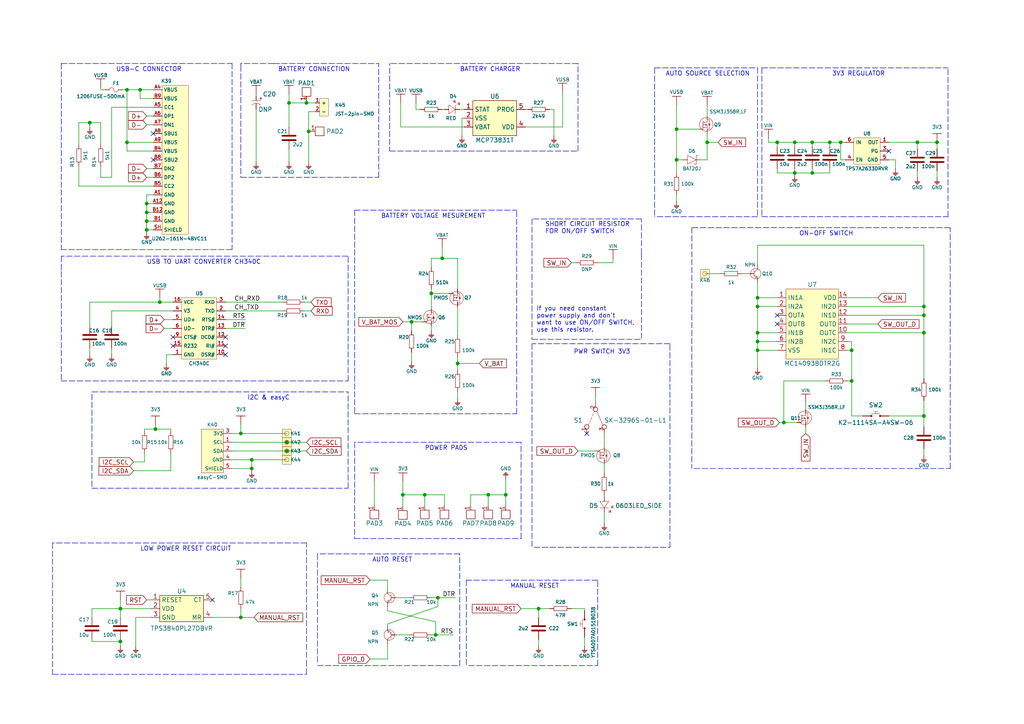
<source format=kicad_sch>
(kicad_sch (version 20211123) (generator eeschema)
  (paper "A4")
  (title_block (title "Soldered Inkplate 7") (date "2023-08-02") (rev "V1.1.0.") (company "SOLDERED") (comment 1 "333259"))
  (lib_symbols
    (symbol "e-radionica.com schematics:0402LED" (pin_numbers hide) (pin_names (offset 0.254) hide)
      (property "Reference" "D" (at -0.635 2.54 0))
      (property "Value" "0402LED" (at 0 -2.54 0))
      (symbol "0402LED_1_1"
        (pin passive line (at -1.905 0 0) (length 1.27) (name "A") (number "1"))
        (pin passive line (at 2.54 0 180) (length 1.27) (name "K") (number "2"))
      )
    )
    (symbol "e-radionica.com schematics:0603C" (pin_numbers hide) (pin_names (offset 0.002))
      (property "Reference" "C" (at 0 3.81 0))
      (property "Value" "0603C" (at 0 -3.175 0))
      (symbol "0603C_1_1"
        (pin passive line (at -3.175 0 0) (length 2.54) (name "~") (number "1"))
        (pin passive line (at 3.175 0 180) (length 2.54) (name "~") (number "2"))
      )
    )
    (symbol "e-radionica.com schematics:0603LED_SIDE" (pin_numbers hide) (pin_names hide)
      (property "Reference" "D" (at -1.27 2.54 0))
      (property "Value" "0603LED_SIDE" (at 0 -2.286 0))
      (symbol "0603LED_SIDE_1_1"
        (pin passive line (at -2.54 0 0) (length 1.27) (name "A") (number "1"))
        (pin passive line (at 1.905 0 180) (length 1.27) (name "K") (number "2"))
      )
    )
    (symbol "e-radionica.com schematics:0603R" (pin_numbers hide) (pin_names (offset 0.254))
      (property "Reference" "R" (at 0 1.27 0))
      (property "Value" "0603R" (at 0 -1.905 0))
      (symbol "0603R_1_1"
        (pin passive line (at -3.175 0 0) (length 1.27) (name "~") (number "1"))
        (pin passive line (at 3.175 0 180) (length 1.27) (name "~") (number "2"))
      )
    )
    (symbol "e-radionica.com schematics:1206C" (pin_numbers hide)
      (property "Reference" "C" (at 0 3.81 0))
      (property "Value" "1206C" (at 0 -3.175 0))
      (symbol "1206C_1_1"
        (pin passive line (at -3.175 0 0) (length 2.54) (name "~") (number "1"))
        (pin passive line (at 3.175 0 180) (length 2.54) (name "~") (number "2"))
      )
    )
    (symbol "e-radionica.com schematics:1206FUSE" (pin_numbers hide) (pin_names hide)
      (property "Reference" "F" (at -1.27 1.905 0))
      (property "Value" "1206FUSE" (at 0 -1.905 0))
      (symbol "1206FUSE_1_1"
        (pin passive line (at -2.54 0 0) (length 1.27) (name "~") (number "1"))
        (pin passive line (at 2.54 0 180) (length 1.27) (name "~") (number "2"))
      )
    )
    (symbol "e-radionica.com schematics:2917C" (pin_numbers hide) (pin_names hide)
      (property "Reference" "C?" (at 0 0 0))
      (property "Value" "2917C" (at 0 0 0))
      (symbol "2917C_0_0"
        (text "+" (at -0.635 -1.27 0) (effects (font (size 1 1))))
      )
      (symbol "2917C_1_1"
        (pin input line (at -1.27 -2.54 0) (length 1.27) (name "+") (number "1"))
        (pin input line (at 2.54 -2.54 180) (length 1.8) (name "-") (number "2"))
      )
    )
    (symbol "e-radionica.com schematics:3V3" (power) (pin_names (offset 0))
      (property "Value" "3V3" (at 0 3.556 0))
      (symbol "3V3_1_1"
        (pin power_in line (at 0 0 90) (length 0) hide (name "3V3") (number "1"))
      )
    )
    (symbol "e-radionica.com schematics:BAT20J" (pin_numbers hide) (pin_names hide)
      (property "Reference" "D" (at 0 2.54 0))
      (property "Value" "BAT20J" (at 0 -2.54 0))
      (symbol "BAT20J_1_1"
        (pin input line (at -2.54 0 0) (length 1.27) (name "A") (number "1"))
        (pin input line (at 2.54 0 180) (length 1.27) (name "C") (number "2"))
      )
    )
    (symbol "e-radionica.com schematics:CH340C"
      (property "Reference" "U" (at -3.81 10.16 0))
      (property "Value" "CH340C" (at 0 -10.16 0))
      (symbol "CH340C_1_1"
        (pin passive line (at -7.62 -7.62 0) (length 2.54) (name "GND") (number "1"))
        (pin passive line (at 7.62 -7.62 180) (length 2.54) (name "DSR#") (number "10"))
        (pin passive line (at 7.62 -5.08 180) (length 2.54) (name "RI#") (number "11"))
        (pin passive line (at 7.62 -2.54 180) (length 2.54) (name "DCD#") (number "12"))
        (pin passive line (at 7.62 0 180) (length 2.54) (name "DTR#") (number "13"))
        (pin passive line (at 7.62 2.54 180) (length 2.54) (name "RTS#") (number "14"))
        (pin passive line (at -7.62 -5.08 0) (length 2.54) (name "R232") (number "15"))
        (pin passive line (at -7.62 7.62 0) (length 2.54) (name "VCC") (number "16"))
        (pin passive line (at 7.62 5.08 180) (length 2.54) (name "TXD") (number "2"))
        (pin passive line (at 7.62 7.62 180) (length 2.54) (name "RXD") (number "3"))
        (pin passive line (at -7.62 5.08 0) (length 2.54) (name "V3") (number "4"))
        (pin passive line (at -7.62 2.54 0) (length 2.54) (name "UD+") (number "5"))
        (pin passive line (at -7.62 0 0) (length 2.54) (name "UD-") (number "6"))
        (pin passive line (at -7.62 -2.54 0) (length 2.54) (name "CTS#") (number "9"))
      )
    )
    (symbol "e-radionica.com schematics:GND" (power) (pin_names (offset 0))
      (property "Value" "GND" (at 0 -2.921 0))
      (symbol "GND_1_1"
        (pin power_in line (at 0 0 270) (length 0) hide (name "GND") (number "1"))
      )
    )
    (symbol "e-radionica.com schematics:HEADER_MALE_1X1_Inkplate" (pin_numbers hide) (pin_names hide)
      (property "Reference" "K" (at 0 2.54 0))
      (property "Value" "HEADER_MALE_1X1_Inkplate" (at 0 -2.54 0))
      (symbol "HEADER_MALE_1X1_Inkplate_1_1"
        (pin passive line (at 0 0 180) (length 0) (name "~") (number "1"))
      )
    )
    (symbol "e-radionica.com schematics:JST-2pin-SMD"
      (property "Reference" "K" (at 0 3.81 0))
      (property "Value" "JST-2pin-SMD" (at 1.27 -3.81 0))
      (symbol "JST-2pin-SMD_1_1"
        (pin passive line (at 2.54 -1.27 180) (length 1.27) (name "+") (number "1"))
        (pin passive line (at 2.54 1.27 180) (length 1.27) (name "-") (number "2"))
      )
    )
    (symbol "e-radionica.com schematics:K2-1114SA-A4SW-06" (pin_numbers hide) (pin_names hide)
      (property "Reference" "SW" (at 0 2.54 0))
      (property "Value" "K2-1114SA-A4SW-06" (at 0 -2.54 0))
      (symbol "K2-1114SA-A4SW-06_1_1"
        (pin passive line (at -3.81 0 0) (length 2.54) (name "~") (number "1"))
        (pin passive line (at 3.81 0 180) (length 2.54) (name "~") (number "2"))
      )
    )
    (symbol "e-radionica.com schematics:MC14093BDTR2G"
      (property "Reference" "U" (at 0 15.24 0))
      (property "Value" "MC14093BDTR2G" (at 0 -7.62 0))
      (symbol "MC14093BDTR2G_1_1"
        (pin output line (at -10.16 11.43 0) (length 2.54) (name "IN1A") (number "1"))
        (pin output line (at 10.16 1.27 180) (length 2.54) (name "OUTC") (number "10"))
        (pin output line (at 10.16 3.81 180) (length 2.54) (name "OUTD") (number "11"))
        (pin output line (at 10.16 6.35 180) (length 2.54) (name "IN1D") (number "12"))
        (pin output line (at 10.16 8.89 180) (length 2.54) (name "IN2D") (number "13"))
        (pin output line (at 10.16 11.43 180) (length 2.54) (name "VDD") (number "14"))
        (pin output line (at -10.16 8.89 0) (length 2.54) (name "IN2A") (number "2"))
        (pin output line (at -10.16 6.35 0) (length 2.54) (name "OUTA") (number "3"))
        (pin output line (at -10.16 3.81 0) (length 2.54) (name "OUTB") (number "4"))
        (pin output line (at -10.16 1.27 0) (length 2.54) (name "IN1B") (number "5"))
        (pin output line (at -10.16 -1.27 0) (length 2.54) (name "IN2B") (number "6"))
        (pin output line (at -10.16 -3.81 0) (length 2.54) (name "VSS") (number "7"))
        (pin output line (at 10.16 -3.81 180) (length 2.54) (name "IN1C") (number "8"))
        (pin output line (at 10.16 -1.27 180) (length 2.54) (name "IN2C") (number "9"))
      )
    )
    (symbol "e-radionica.com schematics:MCP73831T"
      (property "Reference" "U" (at 0 6.35 0))
      (property "Value" "MCP73831T" (at 0 -6.35 0))
      (symbol "MCP73831T_1_1"
        (pin output line (at -8.89 2.54 0) (length 2.54) (name "STAT") (number "1"))
        (pin output line (at -8.89 0 0) (length 2.54) (name "VSS") (number "2"))
        (pin output line (at -8.89 -2.54 0) (length 2.54) (name "VBAT") (number "3"))
        (pin output line (at 8.89 -2.54 180) (length 2.54) (name "VDD") (number "4"))
        (pin output line (at 8.89 2.54 180) (length 2.54) (name "PROG") (number "5"))
      )
    )
    (symbol "e-radionica.com schematics:NMOS-SOT-23-3" (pin_numbers hide) (pin_names hide)
      (property "Reference" "Q" (at -1.143 2.921 0))
      (property "Value" "NMOS-SOT-23-3" (at 1.524 -3.937 0))
      (symbol "NMOS-SOT-23-3_1_1"
        (pin passive line (at -1.27 -1.27 0) (length 1.27) (name "G") (number "1"))
        (pin passive line (at 1.27 -2.54 90) (length 1.27) (name "S") (number "2"))
        (pin passive line (at 1.27 2.54 270) (length 1.27) (name "D") (number "3"))
      )
    )
    (symbol "e-radionica.com schematics:NPN-SOT-23-3" (pin_numbers hide) (pin_names hide)
      (property "Reference" "Q" (at -2.286 2.921 0))
      (property "Value" "NPN-SOT-23-3" (at 0 -3.81 0))
      (symbol "NPN-SOT-23-3_1_1"
        (pin passive line (at -2.54 0 0) (length 1.27) (name "B") (number "1"))
        (pin passive line (at 0 -2.54 90) (length 1.27) (name "E") (number "2"))
        (pin passive line (at 0 2.54 270) (length 1.27) (name "C") (number "3"))
      )
    )
    (symbol "e-radionica.com schematics:PAD_4x4"
      (property "Reference" "PAD" (at 0 2.54 0))
      (property "Value" "PAD_4x4" (at 0 -2.54 0))
      (symbol "PAD_4x4_1_1"
        (pin passive line (at -2.54 0 0) (length 1.27) (name "") (number "1"))
      )
    )
    (symbol "e-radionica.com schematics:PMOS-SOT-23-3" (pin_numbers hide) (pin_names hide)
      (property "Reference" "Q" (at -1.27 2.54 0))
      (property "Value" "PMOS-SOT-23-3" (at 0.381 -4.064 0))
      (symbol "PMOS-SOT-23-3_1_1"
        (pin passive line (at -1.27 -1.27 0) (length 1.27) (name "G") (number "1"))
        (pin passive line (at 1.27 -2.54 90) (length 1.27) (name "S") (number "2"))
        (pin passive line (at 1.27 2.54 270) (length 1.27) (name "D") (number "3"))
      )
    )
    (symbol "e-radionica.com schematics:SK-3296S-01-L1"
      (property "Reference" "S" (at 0 3.81 0))
      (property "Value" "SK-3296S-01-L1" (at 0 -6.35 0))
      (symbol "SK-3296S-01-L1_1_1"
        (pin input inverted (at 3.81 2.54 180) (length 2.54) (name "") (number "1"))
        (pin input inverted (at -5.08 0 0) (length 2.54) (name "") (number "2"))
        (pin input inverted (at 3.81 -2.54 180) (length 2.54) (name "") (number "3"))
      )
    )
    (symbol "e-radionica.com schematics:TPS3840PL27DBVR"
      (property "Reference" "U" (at 0 5.08 0))
      (property "Value" "TPS3840PL27DBVR" (at 0 -5.08 0))
      (symbol "TPS3840PL27DBVR_1_1"
        (pin input line (at -8.89 2.54 0) (length 2.54) (name "RESET") (number "1"))
        (pin input line (at -8.89 0 0) (length 2.54) (name "VDD") (number "2"))
        (pin input line (at -8.89 -2.54 0) (length 2.54) (name "GND") (number "3"))
        (pin input line (at 8.89 -2.54 180) (length 2.54) (name "MR") (number "4"))
        (pin input line (at 8.89 2.54 180) (length 2.54) (name "CT") (number "5"))
      )
    )
    (symbol "e-radionica.com schematics:TPS7A2633DRVR"
      (property "Reference" "U" (at -3.175 5.08 0))
      (property "Value" "TPS7A2633DRVR" (at 0 -5.08 0))
      (symbol "TPS7A2633DRVR_1_1"
        (pin passive line (at 6.35 2.54 180) (length 2.54) (name "OUT") (number "1"))
        (pin passive line (at 6.35 0 180) (length 2.54) (name "PG") (number "3"))
        (pin passive line (at -6.35 -2.54 0) (length 2.54) (name "EN") (number "4"))
        (pin passive line (at 6.35 -2.54 180) (length 2.54) (name "GND") (number "5"))
        (pin passive line (at -6.35 2.54 0) (length 2.54) (name "IN") (number "6"))
      )
    )
    (symbol "e-radionica.com schematics:U262-161N-4BVC11"
      (property "Reference" "K" (at 0 22.86 0))
      (property "Value" "U262-161N-4BVC11" (at 2.54 -22.86 0))
      (symbol "U262-161N-4BVC11_1_1"
        (pin passive line (at -3.81 -10.16 0) (length 2.54) (name "GND") (number "A1"))
        (pin passive line (at -3.81 -12.7 0) (length 2.54) (name "GND") (number "A12"))
        (pin passive line (at -3.81 20.32 0) (length 2.54) (name "VBUS") (number "A4"))
        (pin passive line (at -3.81 15.24 0) (length 2.54) (name "CC1") (number "A5"))
        (pin passive line (at -3.81 12.7 0) (length 2.54) (name "DP1") (number "A6"))
        (pin passive line (at -3.81 10.16 0) (length 2.54) (name "DN1") (number "A7"))
        (pin passive line (at -3.81 7.62 0) (length 2.54) (name "SBU1") (number "A8"))
        (pin passive line (at -3.81 5.08 0) (length 2.54) (name "VBUS") (number "A9"))
        (pin passive line (at -3.81 -17.78 0) (length 2.54) (name "GND") (number "B1"))
        (pin passive line (at -3.81 -15.24 0) (length 2.54) (name "GND") (number "B12"))
        (pin passive line (at -3.81 2.54 0) (length 2.54) (name "VBUS") (number "B4"))
        (pin passive line (at -3.81 -7.62 0) (length 2.54) (name "CC2") (number "B5"))
        (pin passive line (at -3.81 -5.08 0) (length 2.54) (name "DP2") (number "B6"))
        (pin passive line (at -3.81 -2.54 0) (length 2.54) (name "DN2") (number "B7"))
        (pin passive line (at -3.81 0 0) (length 2.54) (name "SBU2") (number "B8"))
        (pin passive line (at -3.81 17.78 0) (length 2.54) (name "VBUS") (number "B9"))
        (pin passive line (at -3.81 -20.32 0) (length 2.54) (name "SHIELD") (number "SH"))
      )
    )
    (symbol "e-radionica.com schematics:VBAT" (power) (pin_names (offset 0))
      (property "Value" "VBAT" (at 0 3.556 0))
      (symbol "VBAT_1_1"
        (pin power_in line (at 0 0 90) (length 0) hide (name "VBAT") (number "1"))
      )
    )
    (symbol "e-radionica.com schematics:VIN" (power) (pin_names (offset 0))
      (property "Value" "VIN" (at 0 3.556 0))
      (symbol "VIN_1_1"
        (pin power_in line (at 0 0 90) (length 0) hide (name "VIN") (number "1"))
      )
    )
    (symbol "e-radionica.com schematics:VUSB" (power) (pin_names (offset 0))
      (property "Value" "VUSB" (at 0 3.556 0))
      (symbol "VUSB_1_1"
        (pin power_in line (at 0 0 90) (length 0) hide (name "VUSB") (number "1"))
      )
    )
    (symbol "e-radionica.com schematics:YTSA007A0151803B" (pin_numbers hide) (pin_names hide)
      (property "Reference" "SW" (at -1.016 2.286 0))
      (property "Value" "YTSA007A0151803B" (at 1.778 -2.032 0))
      (symbol "YTSA007A0151803B_1_1"
        (pin passive line (at -2.54 0 0) (length 2.54) (name "~") (number "1"))
        (pin passive line (at 5.08 0 180) (length 2.54) (name "~") (number "2"))
      )
    )
    (symbol "e-radionica.com schematics:easyC-SMD" (pin_names (offset 0.002))
      (property "Reference" "K" (at 0 10.16 0))
      (property "Value" "easyC-SMD" (at 0 -5.08 0))
      (symbol "easyC-SMD_1_1"
        (pin passive line (at 5.715 5.08 180) (length 2.54) (name "SCL") (number "1"))
        (pin passive line (at 5.715 2.54 180) (length 2.54) (name "SDA") (number "2"))
        (pin passive line (at 5.715 7.62 180) (length 2.54) (name "3V3") (number "3"))
        (pin passive line (at 5.715 0 180) (length 2.54) (name "GND") (number "4"))
        (pin passive line (at 5.715 -2.54 180) (length 2.54) (name "SHIELD") (number "5"))
      )
    )
  )
  (junction (at 141.605 143.51))
  (junction (at 196.215 37.465))
  (junction (at 247.015 110.49))
  (junction (at 123.19 143.51))
  (junction (at 266.065 41.275))
  (junction (at 271.78 41.275))
  (junction (at 243.84 41.275))
  (junction (at 42.545 66.675) (diameter 0.9144))
  (junction (at 34.925 186.055))
  (junction (at 240.665 41.275))
  (junction (at 235.585 50.165))
  (junction (at 205.105 41.275))
  (junction (at 196.215 46.355))
  (junction (at 267.97 120.65))
  (junction (at 46.355 87.63))
  (junction (at 128.27 74.93))
  (junction (at 125.095 85.09))
  (junction (at 225.425 41.275))
  (junction (at 132.715 105.41))
  (junction (at 69.85 179.07))
  (junction (at 88.9 29.845))
  (junction (at 219.71 96.52))
  (junction (at 42.545 64.135) (diameter 0.9144))
  (junction (at 126.365 184.15))
  (junction (at 219.71 86.36))
  (junction (at 73.025 133.35))
  (junction (at 36.83 41.275) (diameter 0.9144))
  (junction (at 36.83 26.035) (diameter 0.9144))
  (junction (at 69.85 125.73))
  (junction (at 42.545 61.595) (diameter 0.9144))
  (junction (at 127 173.355))
  (junction (at 227.33 122.555))
  (junction (at 219.71 101.6))
  (junction (at 89.535 38.1))
  (junction (at 34.925 176.53))
  (junction (at 219.71 88.9))
  (junction (at 73.025 135.89))
  (junction (at 42.545 59.055) (diameter 0.9144))
  (junction (at 267.97 91.44))
  (junction (at 267.97 88.9))
  (junction (at 230.505 41.275))
  (junction (at 119.38 93.345))
  (junction (at 26.035 35.56) (diameter 0.9144))
  (junction (at 247.015 101.6))
  (junction (at 235.585 41.275))
  (junction (at 267.97 96.52))
  (junction (at 83.82 29.845))
  (junction (at 83.185 130.81))
  (junction (at 83.185 128.27))
  (junction (at 219.71 99.06))
  (junction (at 230.505 50.165))
  (junction (at 40.64 26.035) (diameter 0.9144))
  (junction (at 116.84 143.51))
  (junction (at 146.685 143.51))
  (junction (at 156.21 176.53))
  (junction (at 45.085 124.46))
  (no_connect (at 61.595 173.99))
  (no_connect (at 50.165 97.79))
  (no_connect (at 44.45 46.355))
  (no_connect (at 44.45 38.735))
  (no_connect (at 65.405 102.87))
  (no_connect (at 170.18 125.73))
  (no_connect (at 257.81 43.815))
  (no_connect (at 50.165 100.33))
  (no_connect (at 225.425 93.98))
  (no_connect (at 65.405 100.33))
  (no_connect (at 65.405 97.79))
  (no_connect (at 225.425 91.44))
  (wire (pts (xy 177.8 74.93) (xy 177.8 76.2)))
  (wire (pts (xy 83.185 130.81) (xy 88.9 130.81)))
  (wire (pts (xy 73.025 133.35) (xy 73.025 135.89)))
  (wire (pts (xy 83.82 27.305) (xy 83.82 29.845)))
  (polyline (pts (xy 220.98 19.685) (xy 274.955 19.685)))
  (wire (pts (xy 22.86 35.56) (xy 26.035 35.56)))
  (wire (pts (xy 125.095 85.09) (xy 130.175 85.09)))
  (wire (pts (xy 48.26 105.41) (xy 48.26 102.87)))
  (polyline (pts (xy 173.355 168.275) (xy 135.255 168.275)))
  (wire (pts (xy 41.91 124.46) (xy 41.91 125.095)))
  (wire (pts (xy 67.31 135.89) (xy 73.025 135.89)))
  (wire (pts (xy 175.26 148.59) (xy 175.26 151.765)))
  (wire (pts (xy 205.105 38.735) (xy 205.105 41.275)))
  (wire (pts (xy 175.26 134.62) (xy 175.26 137.16)))
  (wire (pts (xy 32.385 90.17) (xy 50.165 90.17)))
  (wire (pts (xy 247.015 101.6) (xy 247.015 99.06)))
  (polyline (pts (xy 113.03 43.815) (xy 167.64 43.815)))
  (polyline (pts (xy 173.355 193.04) (xy 173.355 168.275)))
  (polyline (pts (xy 113.03 19.685) (xy 113.03 43.815)))
  (wire (pts (xy 204.47 79.375) (xy 208.915 79.375)))
  (wire (pts (xy 196.215 56.515) (xy 196.215 58.42)))
  (wire (pts (xy 32.385 51.435) (xy 32.385 31.115)))
  (wire (pts (xy 26.035 100.965) (xy 26.035 102.87)))
  (wire (pts (xy 136.525 143.51) (xy 141.605 143.51)))
  (wire (pts (xy 134.62 34.29) (xy 133.985 34.29)))
  (polyline (pts (xy 102.87 60.96) (xy 149.86 60.96)))
  (wire (pts (xy 267.97 120.65) (xy 267.97 123.825)))
  (polyline (pts (xy 167.64 43.815) (xy 167.64 18.415)))
  (polyline (pts (xy 17.78 78.74) (xy 17.78 78.74)))
  (wire (pts (xy 257.81 41.275) (xy 266.065 41.275)))
  (wire (pts (xy 30.48 26.035) (xy 29.21 26.035)))
  (wire (pts (xy 36.83 26.035) (xy 40.64 26.035)))
  (wire (pts (xy 267.97 130.175) (xy 267.97 132.08)))
  (wire (pts (xy 163.195 26.67) (xy 163.195 36.83)))
  (wire (pts (xy 69.85 167.64) (xy 69.85 170.18)))
  (wire (pts (xy 83.82 43.18) (xy 83.82 46.99)))
  (wire (pts (xy 69.85 176.53) (xy 69.85 179.07)))
  (polyline (pts (xy 113.03 18.415) (xy 113.03 19.05)))
  (wire (pts (xy 44.45 28.575) (xy 40.64 28.575)))
  (wire (pts (xy 225.425 50.165) (xy 230.505 50.165)))
  (wire (pts (xy 26.035 87.63) (xy 46.355 87.63)))
  (polyline (pts (xy 100.965 74.295) (xy 17.78 74.295)))
  (wire (pts (xy 42.545 61.595) (xy 42.545 64.135)))
  (wire (pts (xy 29.21 51.435) (xy 32.385 51.435)))
  (wire (pts (xy 119.38 93.345) (xy 119.38 95.885)))
  (polyline (pts (xy 69.85 19.05) (xy 69.85 51.435)))
  (wire (pts (xy 112.395 168.275) (xy 112.395 170.815)))
  (polyline (pts (xy 200.66 66.04) (xy 200.66 135.89)))
  (wire (pts (xy 41.91 131.445) (xy 41.91 133.985)))
  (wire (pts (xy 42.545 173.99) (xy 43.815 173.99)))
  (polyline (pts (xy 69.85 51.435) (xy 109.855 51.435)))
  (wire (pts (xy 172.72 114.935) (xy 172.72 116.84)))
  (wire (pts (xy 156.21 185.42) (xy 156.21 187.325)))
  (wire (pts (xy 125.095 83.82) (xy 125.095 85.09)))
  (wire (pts (xy 89.535 32.385) (xy 89.535 38.1)))
  (wire (pts (xy 22.86 35.56) (xy 22.86 41.91)))
  (wire (pts (xy 26.035 35.56) (xy 26.035 36.83)))
  (wire (pts (xy 42.545 48.895) (xy 44.45 48.895)))
  (wire (pts (xy 26.67 176.53) (xy 34.925 176.53)))
  (wire (pts (xy 42.545 59.055) (xy 42.545 61.595)))
  (wire (pts (xy 169.545 184.785) (xy 169.545 187.325)))
  (wire (pts (xy 48.26 102.87) (xy 50.165 102.87)))
  (wire (pts (xy 116.205 29.845) (xy 116.205 36.83)))
  (wire (pts (xy 112.395 191.135) (xy 112.395 186.69)))
  (wire (pts (xy 219.71 71.12) (xy 267.97 71.12)))
  (wire (pts (xy 127 173.355) (xy 132.08 173.355)))
  (wire (pts (xy 42.545 61.595) (xy 44.45 61.595)))
  (wire (pts (xy 83.185 128.27) (xy 88.9 128.27)))
  (wire (pts (xy 26.67 185.42) (xy 26.67 186.055)))
  (wire (pts (xy 121.92 31.75) (xy 120.65 31.75)))
  (wire (pts (xy 146.685 146.685) (xy 146.685 143.51)))
  (wire (pts (xy 88.265 90.17) (xy 90.17 90.17)))
  (wire (pts (xy 65.405 87.63) (xy 81.915 87.63)))
  (wire (pts (xy 128.27 74.93) (xy 125.095 74.93)))
  (wire (pts (xy 225.425 101.6) (xy 219.71 101.6)))
  (wire (pts (xy 266.065 49.53) (xy 266.065 51.435)))
  (wire (pts (xy 108.585 139.7) (xy 108.585 146.685)))
  (wire (pts (xy 165.735 176.53) (xy 169.545 176.53)))
  (wire (pts (xy 219.71 86.36) (xy 219.71 88.9)))
  (wire (pts (xy 151.13 176.53) (xy 156.21 176.53)))
  (wire (pts (xy 47.625 92.71) (xy 50.165 92.71)))
  (wire (pts (xy 132.715 113.665) (xy 132.715 115.57)))
  (wire (pts (xy 44.45 53.975) (xy 22.86 53.975)))
  (polyline (pts (xy 186.055 63.5) (xy 154.305 63.5)))
  (polyline (pts (xy 102.87 120.015) (xy 149.86 120.015)))
  (wire (pts (xy 271.78 49.53) (xy 271.78 51.435)))
  (wire (pts (xy 235.585 41.275) (xy 240.665 41.275)))
  (polyline (pts (xy 67.31 18.415) (xy 67.31 72.39)) (stroke (width 0) (type dash)))
  (wire (pts (xy 219.71 96.52) (xy 219.71 99.06)))
  (wire (pts (xy 42.545 66.675) (xy 42.545 67.31)))
  (wire (pts (xy 39.37 187.325) (xy 39.37 179.07)))
  (wire (pts (xy 128.27 71.755) (xy 128.27 74.93)))
  (polyline (pts (xy 154.305 99.695) (xy 154.305 158.75)))
  (wire (pts (xy 250.19 120.65) (xy 247.015 120.65)))
  (wire (pts (xy 127 175.895) (xy 112.395 180.975)))
  (wire (pts (xy 160.655 31.75) (xy 160.655 39.37)))
  (wire (pts (xy 26.67 186.055) (xy 34.925 186.055)))
  (wire (pts (xy 245.745 86.36) (xy 254.635 86.36)))
  (wire (pts (xy 225.425 99.06) (xy 219.71 99.06)))
  (polyline (pts (xy 275.59 66.04) (xy 200.66 66.04)))
  (wire (pts (xy 133.35 31.75) (xy 134.62 31.75)))
  (wire (pts (xy 267.97 88.9) (xy 267.97 91.44)))
  (polyline (pts (xy 100.965 110.49) (xy 100.965 74.295)))
  (polyline (pts (xy 275.59 135.89) (xy 275.59 66.04)))
  (wire (pts (xy 49.53 125.095) (xy 49.53 124.46)))
  (wire (pts (xy 227.33 110.49) (xy 227.33 122.555)))
  (polyline (pts (xy 17.78 18.415) (xy 17.78 72.39)) (stroke (width 0) (type dash)))
  (wire (pts (xy 259.715 46.355) (xy 259.715 48.895)))
  (wire (pts (xy 116.205 36.83) (xy 134.62 36.83)))
  (wire (pts (xy 42.545 36.195) (xy 44.45 36.195)))
  (polyline (pts (xy 151.13 156.21) (xy 151.13 128.27)))
  (wire (pts (xy 89.535 46.99) (xy 89.535 38.1)))
  (wire (pts (xy 39.37 179.07) (xy 43.815 179.07)))
  (polyline (pts (xy 26.67 113.665) (xy 54.61 113.665)))
  (wire (pts (xy 230.505 41.275) (xy 230.505 42.545)))
  (polyline (pts (xy 189.865 19.685) (xy 189.865 62.865)))
  (wire (pts (xy 167.64 130.81) (xy 172.72 130.81)))
  (polyline (pts (xy 100.965 141.605) (xy 100.965 113.665)))
  (wire (pts (xy 125.095 74.93) (xy 125.095 77.47)))
  (wire (pts (xy 45.085 123.19) (xy 45.085 124.46)))
  (wire (pts (xy 116.84 139.7) (xy 116.84 143.51)))
  (wire (pts (xy 219.71 99.06) (xy 219.71 101.6)))
  (wire (pts (xy 44.45 66.675) (xy 42.545 66.675)))
  (wire (pts (xy 233.68 116.84) (xy 233.68 118.745)))
  (wire (pts (xy 29.21 48.26) (xy 29.21 51.435)))
  (wire (pts (xy 245.745 88.9) (xy 267.97 88.9)))
  (wire (pts (xy 125.095 184.15) (xy 126.365 184.15)))
  (wire (pts (xy 29.21 35.56) (xy 29.21 41.91)))
  (polyline (pts (xy 167.64 18.415) (xy 113.03 18.415)))
  (wire (pts (xy 230.505 50.165) (xy 230.505 50.8)))
  (polyline (pts (xy 186.055 73.66) (xy 186.055 98.425)))
  (wire (pts (xy 32.385 100.965) (xy 32.385 102.87)))
  (wire (pts (xy 83.82 29.845) (xy 88.9 29.845)))
  (polyline (pts (xy 219.71 62.865) (xy 189.865 62.865)))
  (wire (pts (xy 67.31 125.73) (xy 69.85 125.73)))
  (polyline (pts (xy 220.98 62.865) (xy 274.955 62.865)))
  (wire (pts (xy 128.27 31.75) (xy 128.905 31.75)))
  (wire (pts (xy 45.085 124.46) (xy 41.91 124.46)))
  (polyline (pts (xy 17.78 78.74) (xy 17.78 110.49)))
  (polyline (pts (xy 54.61 113.665) (xy 100.965 113.665)))
  (wire (pts (xy 42.545 59.055) (xy 44.45 59.055)))
  (wire (pts (xy 69.85 125.73) (xy 69.85 123.19)))
  (wire (pts (xy 175.26 125.73) (xy 175.26 129.54)))
  (wire (pts (xy 34.925 176.53) (xy 43.815 176.53)))
  (wire (pts (xy 107.315 168.275) (xy 112.395 168.275)))
  (wire (pts (xy 156.21 179.07) (xy 156.21 176.53)))
  (wire (pts (xy 126.365 180.34) (xy 126.365 184.15)))
  (polyline (pts (xy 154.305 98.425) (xy 186.055 98.425)))
  (polyline (pts (xy 194.31 99.695) (xy 154.305 99.695)))
  (wire (pts (xy 225.425 96.52) (xy 219.71 96.52)))
  (wire (pts (xy 245.745 93.98) (xy 254.635 93.98)))
  (wire (pts (xy 247.015 99.06) (xy 245.745 99.06)))
  (wire (pts (xy 257.81 120.65) (xy 267.97 120.65)))
  (wire (pts (xy 240.665 41.275) (xy 240.665 42.545)))
  (wire (pts (xy 230.505 48.895) (xy 230.505 50.165)))
  (polyline (pts (xy 189.865 19.685) (xy 219.71 19.685)))
  (wire (pts (xy 243.84 41.275) (xy 245.11 41.275)))
  (wire (pts (xy 132.715 83.82) (xy 132.715 74.93)))
  (wire (pts (xy 126.365 184.15) (xy 131.445 184.15)))
  (wire (pts (xy 40.64 28.575) (xy 40.64 26.035)))
  (wire (pts (xy 152.4 31.75) (xy 153.035 31.75)))
  (wire (pts (xy 65.405 90.17) (xy 81.915 90.17)))
  (wire (pts (xy 22.86 48.26) (xy 22.86 53.975)))
  (wire (pts (xy 74.295 27.305) (xy 74.295 27.94)))
  (wire (pts (xy 120.65 29.845) (xy 120.65 31.75)))
  (wire (pts (xy 49.53 136.525) (xy 49.53 131.445)))
  (polyline (pts (xy 17.78 110.49) (xy 100.965 110.49)))
  (wire (pts (xy 132.715 105.41) (xy 132.715 107.315)))
  (wire (pts (xy 222.885 41.275) (xy 222.885 40.005)))
  (wire (pts (xy 46.355 87.63) (xy 50.165 87.63)))
  (wire (pts (xy 61.595 179.07) (xy 69.85 179.07)))
  (wire (pts (xy 196.215 46.355) (xy 196.215 50.165)))
  (polyline (pts (xy 79.375 18.415) (xy 69.85 18.415)))
  (wire (pts (xy 88.265 87.63) (xy 90.17 87.63)))
  (polyline (pts (xy 26.67 141.605) (xy 100.965 141.605)))
  (wire (pts (xy 32.385 31.115) (xy 44.45 31.115)))
  (wire (pts (xy 271.78 41.275) (xy 266.065 41.275)))
  (wire (pts (xy 245.745 91.44) (xy 267.97 91.44)))
  (wire (pts (xy 215.265 79.375) (xy 217.17 79.375)))
  (wire (pts (xy 112.395 177.165) (xy 126.365 180.34)))
  (wire (pts (xy 169.545 176.53) (xy 169.545 177.165)))
  (wire (pts (xy 196.215 37.465) (xy 202.565 37.465)))
  (polyline (pts (xy 133.35 193.04) (xy 133.35 160.655)))
  (wire (pts (xy 141.605 143.51) (xy 146.685 143.51)))
  (wire (pts (xy 69.85 125.73) (xy 83.185 125.73)))
  (wire (pts (xy 132.715 103.505) (xy 132.715 105.41)))
  (wire (pts (xy 235.585 41.275) (xy 235.585 42.545)))
  (wire (pts (xy 116.84 93.345) (xy 119.38 93.345)))
  (wire (pts (xy 34.925 186.055) (xy 34.925 187.325)))
  (wire (pts (xy 36.83 41.275) (xy 36.83 43.815)))
  (wire (pts (xy 257.81 46.355) (xy 259.715 46.355)))
  (wire (pts (xy 271.78 43.18) (xy 271.78 41.275)))
  (wire (pts (xy 125.095 94.615) (xy 125.095 95.885)))
  (polyline (pts (xy 17.78 74.295) (xy 17.78 78.74)))
  (wire (pts (xy 243.84 46.355) (xy 243.84 41.275)))
  (wire (pts (xy 67.31 128.27) (xy 83.185 128.27)))
  (wire (pts (xy 235.585 50.165) (xy 230.505 50.165)))
  (wire (pts (xy 47.625 95.25) (xy 50.165 95.25)))
  (polyline (pts (xy 88.9 193.04) (xy 88.9 157.48)))
  (polyline (pts (xy 15.24 195.58) (xy 88.9 195.58)))
  (wire (pts (xy 267.97 96.52) (xy 267.97 109.855)))
  (wire (pts (xy 227.33 122.555) (xy 231.14 122.555)))
  (wire (pts (xy 222.885 41.275) (xy 225.425 41.275)))
  (wire (pts (xy 107.315 191.135) (xy 112.395 191.135)))
  (wire (pts (xy 35.56 26.035) (xy 36.83 26.035)))
  (wire (pts (xy 225.425 48.895) (xy 225.425 50.165)))
  (wire (pts (xy 173.355 76.2) (xy 177.8 76.2)))
  (wire (pts (xy 114.935 173.355) (xy 118.745 173.355)))
  (wire (pts (xy 230.505 41.275) (xy 235.585 41.275)))
  (wire (pts (xy 247.015 110.49) (xy 247.015 101.6)))
  (wire (pts (xy 73.025 135.89) (xy 73.025 136.525)))
  (wire (pts (xy 132.715 105.41) (xy 139.065 105.41)))
  (wire (pts (xy 32.385 94.615) (xy 32.385 90.17)))
  (polyline (pts (xy 102.87 156.21) (xy 151.13 156.21)))
  (wire (pts (xy 34.925 173.99) (xy 34.925 176.53)))
  (wire (pts (xy 141.605 146.685) (xy 141.605 143.51)))
  (wire (pts (xy 125.095 85.09) (xy 125.095 89.535)))
  (wire (pts (xy 196.215 37.465) (xy 196.215 46.355)))
  (polyline (pts (xy 69.85 18.415) (xy 69.85 19.05)))
  (wire (pts (xy 240.665 50.165) (xy 235.585 50.165)))
  (polyline (pts (xy 15.24 157.48) (xy 15.24 195.58)))
  (wire (pts (xy 83.82 29.845) (xy 83.82 36.83)))
  (wire (pts (xy 235.585 48.895) (xy 235.585 50.165)))
  (wire (pts (xy 146.685 143.51) (xy 146.685 139.065)))
  (wire (pts (xy 127 173.355) (xy 127 175.895)))
  (wire (pts (xy 114.935 184.15) (xy 118.745 184.15)))
  (wire (pts (xy 112.395 180.975) (xy 112.395 181.61)))
  (wire (pts (xy 128.905 146.685) (xy 128.905 143.51)))
  (polyline (pts (xy 88.9 195.58) (xy 88.9 193.04)))
  (polyline (pts (xy 194.31 158.75) (xy 194.31 99.695)))
  (wire (pts (xy 88.9 29.21) (xy 88.9 29.845)))
  (wire (pts (xy 239.395 110.49) (xy 227.33 110.49)))
  (wire (pts (xy 123.19 143.51) (xy 116.84 143.51)))
  (wire (pts (xy 225.425 86.36) (xy 219.71 86.36)))
  (wire (pts (xy 119.38 102.235) (xy 119.38 104.775)))
  (wire (pts (xy 267.97 71.12) (xy 267.97 88.9)))
  (wire (pts (xy 205.105 30.48) (xy 205.105 33.655)))
  (wire (pts (xy 123.19 146.685) (xy 123.19 143.51)))
  (wire (pts (xy 156.21 176.53) (xy 159.385 176.53)))
  (wire (pts (xy 226.06 122.555) (xy 227.33 122.555)))
  (wire (pts (xy 219.71 81.915) (xy 219.71 86.36)))
  (wire (pts (xy 42.545 64.135) (xy 44.45 64.135)))
  (polyline (pts (xy 26.67 114.3) (xy 26.67 141.605)))
  (wire (pts (xy 245.11 46.355) (xy 243.84 46.355)))
  (wire (pts (xy 196.215 30.48) (xy 196.215 37.465)))
  (wire (pts (xy 267.97 116.205) (xy 267.97 120.65)))
  (wire (pts (xy 245.745 101.6) (xy 247.015 101.6)))
  (wire (pts (xy 136.525 146.685) (xy 136.525 143.51)))
  (wire (pts (xy 36.83 41.275) (xy 44.45 41.275)))
  (wire (pts (xy 90.17 38.1) (xy 89.535 38.1)))
  (polyline (pts (xy 109.855 51.435) (xy 109.855 18.415)))
  (polyline (pts (xy 186.055 73.66) (xy 186.055 63.5)))
  (wire (pts (xy 205.105 41.275) (xy 208.28 41.275)))
  (wire (pts (xy 42.545 56.515) (xy 42.545 59.055)))
  (wire (pts (xy 44.45 56.515) (xy 42.545 56.515)))
  (polyline (pts (xy 67.31 72.39) (xy 17.78 72.39)) (stroke (width 0) (type dash)))
  (wire (pts (xy 41.91 133.985) (xy 38.735 133.985)))
  (wire (pts (xy 74.295 31.75) (xy 74.295 46.99)))
  (wire (pts (xy 46.355 86.36) (xy 46.355 87.63)))
  (wire (pts (xy 42.545 64.135) (xy 42.545 66.675)))
  (wire (pts (xy 65.405 95.25) (xy 71.12 95.25)))
  (wire (pts (xy 29.21 26.035) (xy 29.21 25.4)))
  (polyline (pts (xy 102.87 128.27) (xy 102.87 156.21)))
  (polyline (pts (xy 274.955 62.865) (xy 274.955 19.685)))
  (polyline (pts (xy 17.78 18.415) (xy 67.31 18.415)) (stroke (width 0) (type dash)))
  (polyline (pts (xy 154.305 63.5) (xy 154.305 98.425)))
  (wire (pts (xy 128.905 143.51) (xy 123.19 143.51)))
  (wire (pts (xy 122.555 93.345) (xy 119.38 93.345)))
  (polyline (pts (xy 88.9 157.48) (xy 15.24 157.48)))
  (wire (pts (xy 26.035 94.615) (xy 26.035 87.63)))
  (wire (pts (xy 88.9 29.845) (xy 91.44 29.845)))
  (polyline (pts (xy 133.35 160.655) (xy 92.075 160.655)))
  (wire (pts (xy 89.535 32.385) (xy 91.44 32.385)))
  (wire (pts (xy 247.015 120.65) (xy 247.015 110.49)))
  (wire (pts (xy 245.745 96.52) (xy 267.97 96.52)))
  (wire (pts (xy 44.45 43.815) (xy 36.83 43.815)))
  (wire (pts (xy 73.025 133.35) (xy 83.185 133.35)))
  (wire (pts (xy 159.385 31.75) (xy 160.655 31.75)))
  (wire (pts (xy 40.64 26.035) (xy 44.45 26.035)))
  (polyline (pts (xy 92.075 160.655) (xy 92.075 192.405)))
  (polyline (pts (xy 149.86 120.015) (xy 149.86 60.96)))
  (polyline (pts (xy 102.87 60.96) (xy 102.87 120.015)))
  (polyline (pts (xy 220.98 19.685) (xy 220.98 62.865)))
  (wire (pts (xy 165.735 76.2) (xy 167.005 76.2)))
  (wire (pts (xy 65.405 92.71) (xy 71.12 92.71)))
  (wire (pts (xy 205.105 41.275) (xy 205.105 46.355)))
  (wire (pts (xy 245.745 110.49) (xy 247.015 110.49)))
  (wire (pts (xy 240.665 41.275) (xy 243.84 41.275)))
  (wire (pts (xy 132.715 88.9) (xy 132.715 97.155)))
  (wire (pts (xy 36.83 41.275) (xy 36.83 26.035)))
  (wire (pts (xy 38.735 136.525) (xy 49.53 136.525)))
  (wire (pts (xy 26.67 179.07) (xy 26.67 176.53)))
  (wire (pts (xy 266.065 41.275) (xy 266.065 43.18)))
  (polyline (pts (xy 219.71 19.685) (xy 219.71 62.865)))
  (wire (pts (xy 69.85 179.07) (xy 73.66 179.07)))
  (wire (pts (xy 219.71 88.9) (xy 225.425 88.9)))
  (wire (pts (xy 42.545 51.435) (xy 44.45 51.435)))
  (wire (pts (xy 67.31 130.81) (xy 83.185 130.81)))
  (wire (pts (xy 26.035 35.56) (xy 29.21 35.56)))
  (wire (pts (xy 233.68 123.825) (xy 233.68 125.73)))
  (wire (pts (xy 240.665 48.895) (xy 240.665 50.165)))
  (wire (pts (xy 112.395 175.895) (xy 112.395 177.165)))
  (wire (pts (xy 34.925 185.42) (xy 34.925 186.055)))
  (wire (pts (xy 219.71 101.6) (xy 219.71 106.68)))
  (polyline (pts (xy 135.89 193.04) (xy 173.355 193.04)))
  (wire (pts (xy 34.925 179.07) (xy 34.925 176.53)))
  (wire (pts (xy 116.84 143.51) (xy 116.84 146.812)))
  (wire (pts (xy 267.97 91.44) (xy 267.97 96.52)))
  (polyline (pts (xy 79.375 18.415) (xy 109.855 18.415)))
  (wire (pts (xy 42.545 33.655) (xy 44.45 33.655)))
  (wire (pts (xy 225.425 41.275) (xy 230.505 41.275)))
  (polyline (pts (xy 201.295 135.89) (xy 275.59 135.89)))
  (wire (pts (xy 205.105 46.355) (xy 203.2 46.355)))
  (wire (pts (xy 163.195 36.83) (xy 152.4 36.83)))
  (wire (pts (xy 133.985 34.29) (xy 133.985 39.37)))
  (polyline (pts (xy 154.94 158.75) (xy 194.31 158.75)))
  (wire (pts (xy 219.71 76.835) (xy 219.71 71.12)))
  (wire (pts (xy 49.53 124.46) (xy 45.085 124.46)))
  (wire (pts (xy 175.26 143.51) (xy 175.26 144.145)))
  (wire (pts (xy 198.12 46.355) (xy 196.215 46.355)))
  (polyline (pts (xy 135.255 168.275) (xy 135.255 193.04)))
  (polyline (pts (xy 151.13 128.27) (xy 102.87 128.27)))
  (wire (pts (xy 67.31 133.35) (xy 73.025 133.35)))
  (wire (pts (xy 125.095 173.355) (xy 127 173.355)))
  (polyline (pts (xy 92.075 193.04) (xy 133.35 193.04)))
  (wire (pts (xy 225.425 41.275) (xy 225.425 42.545)))
  (wire (pts (xy 132.715 74.93) (xy 128.27 74.93)))
  (wire (pts (xy 219.71 88.9) (xy 219.71 96.52)))
  (text "PWR SWITCH 3V3" (at 166.37 102.87 0) (effects (font (size 1.27 1.27)) (justify left bottom)))
  (text "MANUAL RESET" (at 147.955 170.815 0) (effects (font (size 1.27 1.27)) (justify left bottom)))
  (text "3V3 REGULATOR" (at 241.3 22.225 0) (effects (font (size 1.27 1.27)) (justify left bottom)))
  (text "USB-C CONNECTOR\n" (at 52.705 20.955 180) (effects (font (size 1.27 1.27)) (justify right bottom)))
  (text "POWER PADS\n" (at 123.19 130.81 0) (effects (font (size 1.27 1.27)) (justify left bottom)))
  (text "LOW POWER RESET CIRCUIT " (at 40.64 160.02 0) (effects (font (size 1.27 1.27)) (justify left bottom)))
  (text "SHORT CIRCUIT RESISTOR\nFOR ON/OFF SWITCH\n" (at 158.115 67.945 0) (effects (font (size 1.27 1.27)) (justify left bottom)))
  (text "ON-OFF SWITCH" (at 231.775 68.58 0) (effects (font (size 1.27 1.27)) (justify left bottom)))
  (text "If you need constant\npower supply and don't\nwant to use ON/OFF SWITCH,\nuse this resistor." (at 155.575 96.52 0) (effects (font (size 1.27 1.27)) (justify left bottom)))
  (text "I2C & easyC" (at 71.755 116.205 0) (effects (font (size 1.27 1.27)) (justify left bottom)))
  (text "USB TO UART CONVERTER CH340C" (at 42.545 76.835 0) (effects (font (size 1.27 1.27)) (justify left bottom)))
  (text "BATTERY VOLTAGE MESUREMENT" (at 110.49 63.5 0) (effects (font (size 1.27 1.27)) (justify left bottom)))
  (text "AUTO SOURCE SELECTION" (at 193.04 22.225 0) (effects (font (size 1.27 1.27)) (justify left bottom)))
  (text "AUTO RESET" (at 107.95 163.195 0) (effects (font (size 1.27 1.27)) (justify left bottom)))
  (text "BATTERY CONNECTION" (at 80.645 20.955 0) (effects (font (size 1.27 1.27)) (justify left bottom)))
  (text "BATTERY CHARGER" (at 133.35 20.955 0) (effects (font (size 1.27 1.27)) (justify left bottom)))
  (label "CH_TXD" (at 67.945 90.17 0))
  (label "RTS" (at 71.12 92.71 180))
  (label "RTS" (at 131.445 184.15 180))
  (label "CH_RXD" (at 67.945 87.63 0))
  (label "DTR" (at 71.12 95.25 180))
  (label "DTR" (at 132.08 173.355 180))
  (global_label "TXD" (shape input) (at 90.17 87.63 0) (property "Intersheet References" "${INTERSHEET_REFS}" (effects hide)))
  (global_label "D+" (shape input) (at 47.625 92.71 180) (property "Intersheet References" "${INTERSHEET_REFS}" (effects hide)))
  (global_label "I2C_SDA" (shape input) (at 38.735 136.525 180) (property "Intersheet References" "${INTERSHEET_REFS}" (effects hide)))
  (global_label "D-" (shape input) (at 42.545 36.195 180) (property "Intersheet References" "${INTERSHEET_REFS}" (effects hide)))
  (global_label "SW_IN" (shape input) (at 208.28 41.275 0) (property "Intersheet References" "${INTERSHEET_REFS}" (effects hide)))
  (global_label "V_BAT_MOS" (shape input) (at 116.84 93.345 180) (property "Intersheet References" "${INTERSHEET_REFS}" (effects hide)))
  (global_label "RXD" (shape input) (at 90.17 90.17 0) (property "Intersheet References" "${INTERSHEET_REFS}" (effects hide)))
  (global_label "MANUAL_RST" (shape input) (at 107.315 168.275 180) (property "Intersheet References" "${INTERSHEET_REFS}" (effects hide)))
  (global_label "SW_OUT_D" (shape input) (at 167.64 130.81 180) (property "Intersheet References" "${INTERSHEET_REFS}" (effects hide)))
  (global_label "I2C_SCL" (shape input) (at 88.9 128.27 0) (property "Intersheet References" "${INTERSHEET_REFS}" (effects hide)))
  (global_label "SW_OUT_D" (shape input) (at 226.06 122.555 180) (property "Intersheet References" "${INTERSHEET_REFS}" (effects hide)))
  (global_label "D-" (shape input) (at 42.545 48.895 180) (property "Intersheet References" "${INTERSHEET_REFS}" (effects hide)))
  (global_label "SW_IN" (shape input) (at 165.735 76.2 180) (property "Intersheet References" "${INTERSHEET_REFS}" (effects hide)))
  (global_label "V_BAT" (shape input) (at 139.065 105.41 0) (property "Intersheet References" "${INTERSHEET_REFS}" (effects hide)))
  (global_label "D-" (shape input) (at 47.625 95.25 180) (property "Intersheet References" "${INTERSHEET_REFS}" (effects hide)))
  (global_label "I2C_SDA" (shape input) (at 88.9 130.81 0) (property "Intersheet References" "${INTERSHEET_REFS}" (effects hide)))
  (global_label "MANUAL_RST" (shape input) (at 151.13 176.53 180) (property "Intersheet References" "${INTERSHEET_REFS}" (effects hide)))
  (global_label "SW_IN" (shape input) (at 254.635 86.36 0) (property "Intersheet References" "${INTERSHEET_REFS}" (effects hide)))
  (global_label "SW_OUT_D" (shape input) (at 254.635 93.98 0) (property "Intersheet References" "${INTERSHEET_REFS}" (effects hide)))
  (global_label "GPIO_0" (shape input) (at 107.315 191.135 180) (property "Intersheet References" "${INTERSHEET_REFS}" (effects hide)))
  (global_label "RST" (shape input) (at 42.545 173.99 180) (property "Intersheet References" "${INTERSHEET_REFS}" (effects hide)))
  (global_label "I2C_SCL" (shape input) (at 38.735 133.985 180) (property "Intersheet References" "${INTERSHEET_REFS}" (effects hide)))
  (global_label "SW_IN" (shape input) (at 233.68 125.73 270) (property "Intersheet References" "${INTERSHEET_REFS}" (effects hide)))
  (global_label "MANUAL_RST" (shape input) (at 73.66 179.07 0) (property "Intersheet References" "${INTERSHEET_REFS}" (effects hide)))
  (global_label "D+" (shape input) (at 42.545 33.655 180) (property "Intersheet References" "${INTERSHEET_REFS}" (effects hide)))
  (global_label "D+" (shape input) (at 42.545 51.435 180) (property "Intersheet References" "${INTERSHEET_REFS}" (effects hide)))
  (symbol (lib_id "e-radionica.com schematics:HEADER_MALE_1X1_Inkplate") (at 83.185 133.35 0) (unit 1)
    (property "Reference" "K44" (at 85.725 133.35 0) (effects (font (size 1 1))))
    (property "Value" "HEADER_MALE_1X1_Inkplate" (effects hide))
    (property "Footprint" "e-radionica.com footprinti:HEADER_MALE_1X1_Inkplate" (effects hide))
  )
  (symbol (lib_id "e-radionica.com schematics:GND") (at 119.38 104.775 0) (unit 1)
    (property "Reference" "#PWR074" (effects hide))
    (property "Value" "GND" (at 119.38 107.696 0) (effects (font (size 1 1))))
  )
  (symbol (lib_id "e-radionica.com schematics:0603R") (at 69.85 173.355 90) (unit 1)
    (property "Reference" "R17" (at 66.04 172.085 90) (effects (font (size 1 1)) (justify right)))
    (property "Value" "47k" (at 71.12 174.625 90) (effects (font (size 1 1)) (justify right)))
    (property "Footprint" "e-radionica.com footprinti:0603R" (effects hide))
  )
  (symbol (lib_id "e-radionica.com schematics:GND") (at 156.21 187.325 0) (unit 1)
    (property "Reference" "#PWR081" (effects hide))
    (property "Value" "GND" (at 156.21 190.246 0) (effects (font (size 1 1))))
  )
  (symbol (lib_id "e-radionica.com schematics:PMOS-SOT-23-3") (at 131.445 86.36 0) (mirror x) (unit 1)
    (property "Reference" "Q7" (at 134.62 86.36 0) (effects (font (size 1 1)) (justify left)))
    (property "Value" "PMOS" (at 125.73 86.36 0) (effects (font (size 1 1)) (justify left)))
    (property "Footprint" "e-radionica.com footprinti:SOT-23-3" (effects hide))
  )
  (symbol (lib_id "e-radionica.com schematics:0603R") (at 121.92 184.15 0) (unit 1)
    (property "Reference" "R22" (at 118.745 185.42 0) (effects (font (size 1 1))))
    (property "Value" "10k" (at 125.095 185.42 0) (effects (font (size 1 1))))
    (property "Footprint" "e-radionica.com footprinti:0603R" (effects hide))
  )
  (symbol (lib_id "e-radionica.com schematics:PAD_4x4") (at 146.685 149.225 270) (unit 1)
    (property "Reference" "PAD9" (at 149.225 151.765 90) (effects (justify right)))
    (property "Value" "PAD_4x4" (effects hide))
    (property "Footprint" "e-radionica.com footprinti:PAD_4x4" (effects hide))
  )
  (symbol (lib_id "e-radionica.com schematics:GND") (at 34.925 187.325 0) (unit 1)
    (property "Reference" "#PWR057" (effects hide))
    (property "Value" "GND" (at 34.925 190.246 0) (effects (font (size 1 1))))
  )
  (symbol (lib_id "e-radionica.com schematics:VBAT") (at 116.205 29.845 0) (unit 1)
    (property "Reference" "#PWR072" (effects hide))
    (property "Value" "VBAT" (at 116.205 26.289 0) (effects (font (size 1 1))))
  )
  (symbol (lib_id "e-radionica.com schematics:VIN") (at 222.885 40.005 0) (unit 1)
    (property "Reference" "#PWR092" (effects hide))
    (property "Value" "VIN" (at 222.885 36.449 0) (effects (font (size 1 1))))
  )
  (symbol (lib_id "e-radionica.com schematics:2917C") (at 76.835 29.21 270) (unit 1)
    (property "Reference" "C20" (at 76.2 27.305 90) (effects (justify left)))
    (property "Value" "DNP" (at 74.93 31.75 90) (effects (justify left)))
    (property "Footprint" "e-radionica.com footprinti:2917C" (effects hide))
  )
  (symbol (lib_id "e-radionica.com schematics:0603C") (at 240.665 45.72 90) (unit 1)
    (property "Reference" "C26" (at 240.665 43.815 90) (effects (font (size 1 1)) (justify right)))
    (property "Value" "100n" (at 241.3 47.625 90) (effects (font (size 1 1)) (justify right)))
    (property "Footprint" "e-radionica.com footprinti:0603C" (effects hide))
  )
  (symbol (lib_id "e-radionica.com schematics:VBAT") (at 128.27 71.755 0) (unit 1)
    (property "Reference" "#PWR077" (effects hide))
    (property "Value" "VBAT" (at 128.27 68.199 0) (effects (font (size 1 1))))
  )
  (symbol (lib_id "e-radionica.com schematics:VUSB") (at 46.355 86.36 0) (unit 1)
    (property "Reference" "#PWR061" (effects hide))
    (property "Value" "VUSB" (at 46.355 82.804 0) (effects (font (size 1 1))))
  )
  (symbol (lib_id "e-radionica.com schematics:0603C") (at 271.78 46.355 90) (unit 1)
    (property "Reference" "C29" (at 269.875 44.45 90) (effects (font (size 1 1))))
    (property "Value" "100n" (at 269.24 48.26 90) (effects (font (size 1 1))))
    (property "Footprint" "e-radionica.com footprinti:0603C" (effects hide))
  )
  (symbol (lib_id "e-radionica.com schematics:GND") (at 160.655 39.37 0) (unit 1)
    (property "Reference" "#PWR082" (effects hide))
    (property "Value" "GND" (at 160.655 42.291 0) (effects (font (size 1 1))))
  )
  (symbol (lib_id "e-radionica.com schematics:VUSB") (at 196.215 30.48 0) (unit 1)
    (property "Reference" "#PWR088" (effects hide))
    (property "Value" "VUSB" (at 196.215 26.67 0) (effects (font (size 1 1))))
  )
  (symbol (lib_id "e-radionica.com schematics:PAD_4x4") (at 88.9 26.67 90) (unit 1)
    (property "Reference" "PAD1" (at 86.36 24.13 90) (effects (justify right)))
    (property "Value" "PAD_4x4" (effects hide))
    (property "Footprint" "e-radionica.com footprinti:PAD_4x4" (effects hide))
  )
  (symbol (lib_id "e-radionica.com schematics:BAT20J") (at 200.66 46.355 0) (unit 1)
    (property "Reference" "D6" (at 200.66 43.815 0) (effects (font (size 1 1))))
    (property "Value" "BAT20J" (at 200.66 48.895 0) (effects (font (size 1 1))))
    (property "Footprint" "e-radionica.com footprinti:SOD-323" (effects hide))
  )
  (symbol (lib_id "e-radionica.com schematics:NPN-SOT-23-3") (at 112.395 173.355 0) (mirror y) (unit 1)
    (property "Reference" "Q4" (at 109.855 172.72 0) (effects (font (size 1 1)) (justify left)))
    (property "Value" "NPN" (at 109.855 175.26 0) (effects (font (size 1 1)) (justify left)))
    (property "Footprint" "e-radionica.com footprinti:SOT-23-3" (effects hide))
  )
  (symbol (lib_id "e-radionica.com schematics:0603R") (at 85.09 87.63 0) (unit 1)
    (property "Reference" "R18" (at 81.915 86.36 0) (effects (font (size 1 1))))
    (property "Value" "1k" (at 88.265 86.36 0) (effects (font (size 1 1))))
    (property "Footprint" "e-radionica.com footprinti:0603R" (effects hide))
  )
  (symbol (lib_id "e-radionica.com schematics:0603R") (at 170.18 76.2 0) (unit 1)
    (property "Reference" "R29" (at 170.18 74.295 0) (effects (font (size 1 1))))
    (property "Value" "DNP" (at 170.18 78.105 0) (effects (font (size 1 1))))
    (property "Footprint" "e-radionica.com footprinti:0603R" (effects hide))
  )
  (symbol (lib_id "e-radionica.com schematics:0603C") (at 156.21 182.245 270) (mirror x) (unit 1)
    (property "Reference" "C22" (at 160.655 182.245 90) (effects (font (size 1 1))))
    (property "Value" "2u2" (at 151.765 182.245 90) (effects (font (size 1 1))))
    (property "Footprint" "e-radionica.com footprinti:0603C" (effects hide))
  )
  (symbol (lib_id "e-radionica.com schematics:GND") (at 83.82 46.99 0) (unit 1)
    (property "Reference" "#PWR069" (effects hide))
    (property "Value" "GND" (at 83.82 49.911 0) (effects (font (size 1 1))))
  )
  (symbol (lib_id "e-radionica.com schematics:GND") (at 266.065 51.435 0) (unit 1)
    (property "Reference" "#PWR096" (effects hide))
    (property "Value" "GND" (at 266.065 54.356 0) (effects (font (size 1 1))))
  )
  (symbol (lib_id "e-radionica.com schematics:PMOS-SOT-23-3") (at 203.835 36.195 0) (unit 1)
    (property "Reference" "Q9" (at 207.01 36.195 0) (effects (font (size 1 1)) (justify left)))
    (property "Value" "SSM3J358R,LF" (at 205.74 32.385 0) (effects (font (size 1 1)) (justify left)))
    (property "Footprint" "e-radionica.com footprinti:SOT-23-3" (effects hide))
  )
  (symbol (lib_id "e-radionica.com schematics:GND") (at 32.385 102.87 0) (unit 1)
    (property "Reference" "#PWR055" (effects hide))
    (property "Value" "GND" (at 32.385 105.791 0) (effects (font (size 1 1))))
  )
  (symbol (lib_id "e-radionica.com schematics:0603R") (at 22.86 45.085 90) (unit 1)
    (property "Reference" "R13" (at 20.955 46.99 0) (effects (font (size 1 1))))
    (property "Value" "5k1" (at 24.765 45.085 0) (effects (font (size 1 1))))
    (property "Footprint" "e-radionica.com footprinti:0603R" (effects hide))
  )
  (symbol (lib_id "e-radionica.com schematics:HEADER_MALE_1X1_Inkplate") (at 83.185 125.73 0) (unit 1)
    (property "Reference" "K41" (at 85.725 125.73 0) (effects (font (size 1 1))))
    (property "Value" "HEADER_MALE_1X1_Inkplate" (effects hide))
    (property "Footprint" "e-radionica.com footprinti:HEADER_MALE_1X1_Inkplate" (effects hide))
  )
  (symbol (lib_id "e-radionica.com schematics:VUSB") (at 120.65 29.845 0) (unit 1)
    (property "Reference" "#PWR075" (effects hide))
    (property "Value" "VUSB" (at 120.65 26.289 0) (effects (font (size 1 1))))
  )
  (symbol (lib_id "e-radionica.com schematics:HEADER_MALE_1X1_Inkplate") (at 83.185 128.27 0) (unit 1)
    (property "Reference" "K42" (at 85.725 128.27 0) (effects (font (size 1 1))))
    (property "Value" "HEADER_MALE_1X1_Inkplate" (effects hide))
    (property "Footprint" "e-radionica.com footprinti:HEADER_MALE_1X1_Inkplate" (effects hide))
  )
  (symbol (lib_id "e-radionica.com schematics:HEADER_MALE_1X1_Inkplate") (at 83.185 130.81 0) (unit 1)
    (property "Reference" "K43" (at 85.725 130.81 0) (effects (font (size 1 1))))
    (property "Value" "HEADER_MALE_1X1_Inkplate" (effects hide))
    (property "Footprint" "e-radionica.com footprinti:HEADER_MALE_1X1_Inkplate" (effects hide))
  )
  (symbol (lib_id "e-radionica.com schematics:0603R") (at 119.38 99.06 90) (unit 1)
    (property "Reference" "R20" (at 115.57 97.79 90) (effects (font (size 1 1)) (justify right)))
    (property "Value" "100k" (at 120.65 100.33 90) (effects (font (size 1 1)) (justify right)))
    (property "Footprint" "e-radionica.com footprinti:0603R" (effects hide))
  )
  (symbol (lib_id "e-radionica.com schematics:0603C") (at 32.385 97.79 270) (mirror x) (unit 1)
    (property "Reference" "C18" (at 31.115 95.885 90) (effects (font (size 1 1))))
    (property "Value" "100n" (at 34.925 99.695 90) (effects (font (size 1 1))))
    (property "Footprint" "e-radionica.com footprinti:0603C" (effects hide))
  )
  (symbol (lib_id "e-radionica.com schematics:VUSB") (at 163.195 26.67 0) (unit 1)
    (property "Reference" "#PWR083" (effects hide))
    (property "Value" "VUSB" (at 163.195 23.114 0) (effects (font (size 1 1))))
  )
  (symbol (lib_id "e-radionica.com schematics:PAD_4x4") (at 141.605 149.225 270) (unit 1)
    (property "Reference" "PAD8" (at 144.145 151.765 90) (effects (justify right)))
    (property "Value" "PAD_4x4" (effects hide))
    (property "Footprint" "e-radionica.com footprinti:PAD_4x4" (effects hide))
  )
  (symbol (lib_id "e-radionica.com schematics:TPS3840PL27DBVR") (at 52.705 176.53 0) (unit 1)
    (property "Reference" "U4" (at 52.705 171.45 0))
    (property "Value" "TPS3840PL27DBVR" (at 52.705 182.245 0))
    (property "Footprint" "e-radionica.com footprinti:SOT-23-5" (effects hide))
  )
  (symbol (lib_id "e-radionica.com schematics:VIN") (at 177.8 74.93 0) (unit 1)
    (property "Reference" "#PWR087" (effects hide))
    (property "Value" "VIN" (at 177.8 71.374 0) (effects (font (size 1 1))))
  )
  (symbol (lib_id "e-radionica.com schematics:NPN-SOT-23-3") (at 219.71 79.375 0) (unit 1)
    (property "Reference" "Q10" (at 220.98 79.375 0) (effects (font (size 1 1)) (justify left)))
    (property "Value" "NPN" (at 215.9 76.835 0) (effects (font (size 1 1)) (justify left)))
    (property "Footprint" "e-radionica.com footprinti:SOT-23-3" (effects hide))
  )
  (symbol (lib_id "e-radionica.com schematics:MCP73831T") (at 143.51 34.29 0) (unit 1)
    (property "Reference" "U6" (at 143.51 27.94 0))
    (property "Value" "MCP73831T" (at 143.51 40.64 0))
    (property "Footprint" "e-radionica.com footprinti:SOT-23-5" (effects hide))
  )
  (symbol (lib_id "e-radionica.com schematics:0603R") (at 267.97 113.03 90) (unit 1)
    (property "Reference" "R34" (at 264.16 113.03 90) (effects (font (size 1 1)) (justify right)))
    (property "Value" "100k" (at 269.24 113.03 90) (effects (font (size 1 1)) (justify right)))
    (property "Footprint" "e-radionica.com footprinti:0603R" (effects hide))
  )
  (symbol (lib_id "e-radionica.com schematics:GND") (at 39.37 187.325 0) (unit 1)
    (property "Reference" "#PWR058" (effects hide))
    (property "Value" "GND" (at 39.37 190.246 0) (effects (font (size 1 1))))
  )
  (symbol (lib_id "e-radionica.com schematics:0603C") (at 26.035 97.79 90) (unit 1)
    (property "Reference" "C16" (at 27.305 95.885 90) (effects (font (size 1 1))))
    (property "Value" "100n" (at 28.575 99.695 90) (effects (font (size 1 1))))
    (property "Footprint" "e-radionica.com footprinti:0603C" (effects hide))
  )
  (symbol (lib_id "e-radionica.com schematics:CH340C") (at 57.785 95.25 0) (unit 1)
    (property "Reference" "U5" (at 57.785 85.09 0) (effects (font (size 1 1))))
    (property "Value" "CH340C" (at 57.785 105.41 0) (effects (font (size 1 1))))
    (property "Footprint" "e-radionica.com footprinti:SOP-16" (effects hide))
  )
  (symbol (lib_id "e-radionica.com schematics:0603R") (at 29.21 45.085 90) (unit 1)
    (property "Reference" "R14" (at 27.305 46.99 0) (effects (font (size 1 1))))
    (property "Value" "5k1" (at 31.115 45.085 0) (effects (font (size 1 1))))
    (property "Footprint" "e-radionica.com footprinti:0603R" (effects hide))
  )
  (symbol (lib_id "e-radionica.com schematics:U262-161N-4BVC11") (at 48.26 46.355 0) (unit 1)
    (property "Reference" "K39" (at 48.26 23.495 0) (effects (font (size 1 1))))
    (property "Value" "U262-161N-4BVC11" (at 52.07 69.215 0) (effects (font (size 1 1))))
    (property "Footprint" "e-radionica.com footprinti:U262-161N-4BVC11" (effects hide))
  )
  (symbol (lib_id "e-radionica.com schematics:3V3") (at 69.85 167.64 0) (unit 1)
    (property "Reference" "#PWR064" (effects hide))
    (property "Value" "3V3" (at 69.85 163.195 0) (effects (font (size 1 1))))
  )
  (symbol (lib_id "e-radionica.com schematics:GND") (at 230.505 50.8 0) (unit 1)
    (property "Reference" "#PWR093" (effects hide))
    (property "Value" "GND" (at 230.505 53.721 0) (effects (font (size 1 1))))
  )
  (symbol (lib_id "e-radionica.com schematics:0603C") (at 267.97 127 90) (unit 1)
    (property "Reference" "C28" (at 263.525 127 90) (effects (font (size 1 1))))
    (property "Value" "100n" (at 272.415 127 90) (effects (font (size 1 1))))
    (property "Footprint" "e-radionica.com footprinti:0603C" (effects hide))
  )
  (symbol (lib_id "e-radionica.com schematics:0603R") (at 162.56 176.53 180) (unit 1)
    (property "Reference" "R28" (at 162.56 174.625 0) (effects (font (size 1 1))))
    (property "Value" "47R" (at 162.56 178.435 0) (effects (font (size 1 1))))
    (property "Footprint" "e-radionica.com footprinti:0603R" (effects hide))
  )
  (symbol (lib_id "e-radionica.com schematics:PAD_4x4") (at 92.71 38.1 0) (unit 1)
    (property "Reference" "PAD2" (at 99.695 38.1 0) (effects (justify right)))
    (property "Value" "PAD_4x4" (effects hide))
    (property "Footprint" "e-radionica.com footprinti:PAD_4x4" (effects hide))
  )
  (symbol (lib_id "e-radionica.com schematics:JST-2pin-SMD") (at 93.98 31.115 180) (unit 1)
    (property "Reference" "K45" (at 97.155 30.48 0) (effects (font (size 1 1)) (justify right)))
    (property "Value" "JST-2pin-SMD" (at 97.155 33.02 0) (effects (font (size 1 1)) (justify right)))
    (property "Footprint" "e-radionica.com footprinti:JST-2pin-SMD" (effects hide))
  )
  (symbol (lib_id "e-radionica.com schematics:GND") (at 26.035 102.87 0) (unit 1)
    (property "Reference" "#PWR053" (effects hide))
    (property "Value" "GND" (at 26.035 105.791 0) (effects (font (size 1 1))))
  )
  (symbol (lib_id "e-radionica.com schematics:GND") (at 133.985 39.37 0) (unit 1)
    (property "Reference" "#PWR079" (effects hide))
    (property "Value" "GND" (at 133.985 42.291 0) (effects (font (size 1 1))))
  )
  (symbol (lib_id "e-radionica.com schematics:HEADER_MALE_1X1_Inkplate") (at 204.47 79.375 0) (unit 1)
    (property "Reference" "K46" (at 204.47 81.28 0) (effects (font (size 1 1))))
    (property "Value" "HEADER_MALE_1X1_Inkplate" (effects hide))
    (property "Footprint" "e-radionica.com footprinti:HEADER_MALE_1X1_Inkplate" (effects hide))
  )
  (symbol (lib_id "e-radionica.com schematics:1206C") (at 225.425 45.72 90) (unit 1)
    (property "Reference" "C23" (at 226.06 43.815 90) (effects (font (size 1 1)) (justify right)))
    (property "Value" "10u" (at 226.06 47.625 90) (effects (font (size 1 1)) (justify right)))
    (property "Footprint" "e-radionica.com footprinti:1206C" (effects hide))
  )
  (symbol (lib_id "e-radionica.com schematics:SK-3296S-01-L1") (at 172.72 121.92 90) (mirror x) (unit 1)
    (property "Reference" "S1" (at 166.37 121.92 90) (effects (justify right)))
    (property "Value" "SK-3296S-01-L1" (at 175.26 121.92 90) (effects (justify right)))
    (property "Footprint" "e-radionica.com footprinti:SK-3296S-01-L1" (effects hide))
  )
  (symbol (lib_id "e-radionica.com schematics:0603R") (at 132.715 110.49 90) (unit 1)
    (property "Reference" "R26" (at 128.905 109.22 90) (effects (font (size 1 1)) (justify right)))
    (property "Value" "100k" (at 133.985 111.76 90) (effects (font (size 1 1)) (justify right)))
    (property "Footprint" "e-radionica.com footprinti:0603R" (effects hide))
  )
  (symbol (lib_id "e-radionica.com schematics:GND") (at 132.715 115.57 0) (unit 1)
    (property "Reference" "#PWR078" (effects hide))
    (property "Value" "GND" (at 132.715 118.491 0) (effects (font (size 1 1))))
  )
  (symbol (lib_id "e-radionica.com schematics:PAD_4x4") (at 116.84 149.352 270) (unit 1)
    (property "Reference" "PAD4" (at 119.38 151.892 90) (effects (justify right)))
    (property "Value" "PAD_4x4" (effects hide))
    (property "Footprint" "e-radionica.com footprinti:PAD_4x4" (effects hide))
  )
  (symbol (lib_id "e-radionica.com schematics:PAD_4x4") (at 136.525 149.225 270) (unit 1)
    (property "Reference" "PAD7" (at 139.065 151.765 90) (effects (justify right)))
    (property "Value" "PAD_4x4" (effects hide))
    (property "Footprint" "e-radionica.com footprinti:PAD_4x4" (effects hide))
  )
  (symbol (lib_id "e-radionica.com schematics:0603R") (at 49.53 128.27 90) (unit 1)
    (property "Reference" "R16" (at 50.165 128.27 90) (effects (font (size 1 1)) (justify right)))
    (property "Value" "10k" (at 45.72 128.27 90) (effects (font (size 1 1)) (justify right)))
    (property "Footprint" "e-radionica.com footprinti:0603R" (effects hide))
  )
  (symbol (lib_id "e-radionica.com schematics:1206FUSE") (at 33.02 26.035 0) (unit 1)
    (property "Reference" "F1" (at 33.655 24.13 0) (effects (font (size 1 1))))
    (property "Value" "1206FUSE-500mA" (at 29.21 27.94 0) (effects (font (size 1 1))))
    (property "Footprint" "e-radionica.com footprinti:1206FUSE" (effects hide))
  )
  (symbol (lib_id "e-radionica.com schematics:3V3") (at 172.72 114.935 0) (unit 1)
    (property "Reference" "#PWR085" (effects hide))
    (property "Value" "3V3" (at 172.72 110.49 0) (effects (font (size 1 1))))
  )
  (symbol (lib_id "e-radionica.com schematics:GND") (at 26.035 36.83 0) (unit 1)
    (property "Reference" "#PWR052" (effects hide))
    (property "Value" "GND" (at 26.035 39.751 0) (effects (font (size 1 1))))
  )
  (symbol (lib_id "e-radionica.com schematics:NPN-SOT-23-3") (at 112.395 184.15 180) (unit 1)
    (property "Reference" "Q5" (at 109.855 183.515 0) (effects (font (size 1 1)) (justify left)))
    (property "Value" "NPN" (at 109.855 186.055 0) (effects (font (size 1 1)) (justify left)))
    (property "Footprint" "e-radionica.com footprinti:SOT-23-3" (effects hide))
  )
  (symbol (lib_id "e-radionica.com schematics:PAD_4x4") (at 128.905 149.225 270) (unit 1)
    (property "Reference" "PAD6" (at 131.445 151.765 90) (effects (justify right)))
    (property "Value" "PAD_4x4" (effects hide))
    (property "Footprint" "e-radionica.com footprinti:PAD_4x4" (effects hide))
  )
  (symbol (lib_id "e-radionica.com schematics:K2-1114SA-A4SW-06") (at 254 120.65 0) (unit 1)
    (property "Reference" "SW2" (at 254 117.475 0))
    (property "Value" "K2-1114SA-A4SW-06" (at 254 122.555 0))
    (property "Footprint" "e-radionica.com footprinti:K2-1114SA-A4SW-06" (effects hide))
  )
  (symbol (lib_id "e-radionica.com schematics:GND") (at 175.26 151.765 0) (unit 1)
    (property "Reference" "#PWR086" (effects hide))
    (property "Value" "GND" (at 175.26 154.686 0) (effects (font (size 1 1))))
  )
  (symbol (lib_id "e-radionica.com schematics:0603R") (at 132.715 100.33 90) (unit 1)
    (property "Reference" "R25" (at 128.905 99.06 90) (effects (font (size 1 1)) (justify right)))
    (property "Value" "100k" (at 133.985 101.6 90) (effects (font (size 1 1)) (justify right)))
    (property "Footprint" "e-radionica.com footprinti:0603R" (effects hide))
  )
  (symbol (lib_id "e-radionica.com schematics:PAD_4x4") (at 108.585 149.225 270) (unit 1)
    (property "Reference" "PAD3" (at 111.125 151.765 90) (effects (justify right)))
    (property "Value" "PAD_4x4" (effects hide))
    (property "Footprint" "e-radionica.com footprinti:PAD_4x4" (effects hide))
  )
  (symbol (lib_id "e-radionica.com schematics:NMOS-SOT-23-3") (at 123.825 92.075 0) (unit 1)
    (property "Reference" "Q6" (at 127 92.075 0) (effects (font (size 1 1)) (justify left)))
    (property "Value" "NMOS" (at 118.11 92.075 0) (effects (font (size 1 1)) (justify left)))
    (property "Footprint" "e-radionica.com footprinti:SOT-23-3" (effects hide))
  )
  (symbol (lib_id "e-radionica.com schematics:GND") (at 125.095 95.885 0) (unit 1)
    (property "Reference" "#PWR076" (effects hide))
    (property "Value" "GND" (at 125.095 98.806 0) (effects (font (size 1 1))))
  )
  (symbol (lib_id "e-radionica.com schematics:VIN") (at 108.585 139.7 0) (unit 1)
    (property "Reference" "#PWR071" (effects hide))
    (property "Value" "VIN" (at 108.585 136.144 0) (effects (font (size 1 1))))
  )
  (symbol (lib_id "e-radionica.com schematics:0603R") (at 121.92 173.355 0) (unit 1)
    (property "Reference" "R21" (at 118.745 174.625 0) (effects (font (size 1 1))))
    (property "Value" "10k" (at 125.095 174.625 0) (effects (font (size 1 1))))
    (property "Footprint" "e-radionica.com footprinti:0603R" (effects hide))
  )
  (symbol (lib_id "e-radionica.com schematics:TPS7A2633DRVR") (at 251.46 43.815 0) (unit 1)
    (property "Reference" "U8" (at 251.46 38.735 0) (effects (font (size 1 1))))
    (property "Value" "TPS7A2633DRVR" (at 251.46 48.895 0) (effects (font (size 1 1))))
    (property "Footprint" "e-radionica.com footprinti:TPS7A2633DRVR" (effects hide))
  )
  (symbol (lib_id "e-radionica.com schematics:GND") (at 271.78 51.435 0) (unit 1)
    (property "Reference" "#PWR099" (effects hide))
    (property "Value" "GND" (at 271.78 54.356 0) (effects (font (size 1 1))))
  )
  (symbol (lib_id "e-radionica.com schematics:0603R") (at 175.26 140.335 270) (unit 1)
    (property "Reference" "R30" (at 172.72 140.335 90) (effects (font (size 1 1))))
    (property "Value" "1k" (at 177.165 140.335 90) (effects (font (size 1 1))))
    (property "Footprint" "e-radionica.com footprinti:0603R" (effects hide))
  )
  (symbol (lib_id "e-radionica.com schematics:0603R") (at 41.91 128.27 90) (unit 1)
    (property "Reference" "R15" (at 42.545 128.27 90) (effects (font (size 1 1)) (justify right)))
    (property "Value" "10k" (at 38.1 128.27 90) (effects (font (size 1 1)) (justify right)))
    (property "Footprint" "e-radionica.com footprinti:0603R" (effects hide))
  )
  (symbol (lib_id "e-radionica.com schematics:GND") (at 42.545 67.31 0) (unit 1)
    (property "Reference" "#PWR059" (effects hide))
    (property "Value" "GND" (at 42.545 70.231 0) (effects (font (size 1 1))))
  )
  (symbol (lib_id "e-radionica.com schematics:VBAT") (at 74.295 27.305 0) (unit 1)
    (property "Reference" "#PWR066" (effects hide))
    (property "Value" "VBAT" (at 74.295 23.749 0) (effects (font (size 1 1))))
  )
  (symbol (lib_id "e-radionica.com schematics:GND") (at 146.685 139.065 180) (unit 1)
    (property "Reference" "#PWR080" (effects hide))
    (property "Value" "GND" (at 146.685 135.89 0) (effects (font (size 1 1))))
  )
  (symbol (lib_id "e-radionica.com schematics:YTSA007A0151803B") (at 169.545 182.245 90) (unit 1)
    (property "Reference" "SW1" (at 164.465 180.975 90) (effects (font (size 1 1)) (justify right)))
    (property "Value" "YTSA007A0151803B" (at 172.085 175.895 0) (effects (font (size 1 1)) (justify right)))
    (property "Footprint" "e-radionica.com footprinti:YTSA007A0151803B" (effects hide))
  )
  (symbol (lib_id "e-radionica.com schematics:GND") (at 73.025 136.525 0) (unit 1)
    (property "Reference" "#PWR065" (effects hide))
    (property "Value" "GND" (at 73.025 139.446 0) (effects (font (size 1 1))))
  )
  (symbol (lib_id "e-radionica.com schematics:3V3") (at 34.925 173.99 0) (unit 1)
    (property "Reference" "#PWR056" (effects hide))
    (property "Value" "3V3" (at 34.925 169.545 0) (effects (font (size 1 1))))
  )
  (symbol (lib_id "e-radionica.com schematics:GND") (at 267.97 132.08 0) (unit 1)
    (property "Reference" "#PWR097" (effects hide))
    (property "Value" "GND" (at 267.97 135.001 0) (effects (font (size 1 1))))
  )
  (symbol (lib_id "e-radionica.com schematics:0603C") (at 235.585 45.72 90) (unit 1)
    (property "Reference" "C25" (at 235.585 43.815 90) (effects (font (size 1 1)) (justify right)))
    (property "Value" "100n" (at 236.22 47.625 90) (effects (font (size 1 1)) (justify right)))
    (property "Footprint" "e-radionica.com footprinti:0603C" (effects hide))
  )
  (symbol (lib_id "e-radionica.com schematics:GND") (at 89.535 46.99 0) (unit 1)
    (property "Reference" "#PWR070" (effects hide))
    (property "Value" "GND" (at 89.535 49.911 0) (effects (font (size 1 1))))
  )
  (symbol (lib_id "e-radionica.com schematics:0603LED_SIDE") (at 175.26 146.685 270) (unit 1)
    (property "Reference" "D5" (at 170.815 146.685 90) (effects (justify left)))
    (property "Value" "0603LED_SIDE" (at 178.435 146.685 90) (effects (justify left)))
    (property "Footprint" "e-radionica.com footprinti:LTST-S270GKT" (effects hide))
  )
  (symbol (lib_id "e-radionica.com schematics:1206C") (at 26.67 182.245 90) (unit 1)
    (property "Reference" "C17" (at 22.86 179.705 90) (effects (font (size 1 1)) (justify right)))
    (property "Value" "10u" (at 22.86 184.15 90) (effects (font (size 1 1)) (justify right)))
    (property "Footprint" "e-radionica.com footprinti:1206C" (effects hide))
  )
  (symbol (lib_id "e-radionica.com schematics:GND") (at 74.295 46.99 0) (unit 1)
    (property "Reference" "#PWR067" (effects hide))
    (property "Value" "GND" (at 74.295 49.911 0) (effects (font (size 1 1))))
  )
  (symbol (lib_id "e-radionica.com schematics:0603R") (at 196.215 53.34 90) (unit 1)
    (property "Reference" "R31" (at 192.405 53.34 90) (effects (font (size 1 1)) (justify right)))
    (property "Value" "100k" (at 197.485 53.34 90) (effects (font (size 1 1)) (justify right)))
    (property "Footprint" "e-radionica.com footprinti:0603R" (effects hide))
  )
  (symbol (lib_id "e-radionica.com schematics:0603C") (at 83.82 40.005 90) (unit 1)
    (property "Reference" "C21" (at 81.915 38.1 90) (effects (font (size 1 1))))
    (property "Value" "2u2" (at 86.36 41.91 90) (effects (font (size 1 1))))
    (property "Footprint" "e-radionica.com footprinti:0603C" (effects hide))
  )
  (symbol (lib_id "e-radionica.com schematics:GND") (at 169.545 187.325 0) (unit 1)
    (property "Reference" "#PWR084" (effects hide))
    (property "Value" "GND" (at 169.545 190.246 0) (effects (font (size 1 1))))
  )
  (symbol (lib_id "e-radionica.com schematics:0603R") (at 85.09 90.17 0) (unit 1)
    (property "Reference" "R19" (at 81.915 91.44 0) (effects (font (size 1 1))))
    (property "Value" "1k" (at 88.265 91.44 0) (effects (font (size 1 1))))
    (property "Footprint" "e-radionica.com footprinti:0603R" (effects hide))
  )
  (symbol (lib_id "e-radionica.com schematics:0603C") (at 34.925 182.245 90) (unit 1)
    (property "Reference" "C19" (at 31.115 180.34 90) (effects (font (size 1 1)) (justify right)))
    (property "Value" "100n" (at 29.845 184.15 90) (effects (font (size 1 1)) (justify right)))
    (property "Footprint" "e-radionica.com footprinti:0603C" (effects hide))
  )
  (symbol (lib_id "e-radionica.com schematics:3V3") (at 116.84 139.7 0) (unit 1)
    (property "Reference" "#PWR073" (effects hide))
    (property "Value" "3V3" (at 116.84 135.89 0) (effects (font (size 1 1))))
  )
  (symbol (lib_id "e-radionica.com schematics:VIN") (at 233.68 116.84 0) (unit 1)
    (property "Reference" "#PWR094" (effects hide))
    (property "Value" "VIN" (at 233.68 113.284 0) (effects (font (size 1 1))))
  )
  (symbol (lib_id "e-radionica.com schematics:3V3") (at 271.78 41.275 0) (unit 1)
    (property "Reference" "#PWR098" (effects hide))
    (property "Value" "3V3" (at 271.78 36.83 0) (effects (font (size 1 1))))
  )
  (symbol (lib_id "e-radionica.com schematics:GND") (at 219.71 106.68 0) (unit 1)
    (property "Reference" "#PWR091" (effects hide))
    (property "Value" "GND" (at 219.71 109.601 0) (effects (font (size 1 1))))
  )
  (symbol (lib_id "e-radionica.com schematics:PAD_4x4") (at 123.19 149.225 270) (unit 1)
    (property "Reference" "PAD5" (at 125.73 151.765 90) (effects (justify right)))
    (property "Value" "PAD_4x4" (effects hide))
    (property "Footprint" "e-radionica.com footprinti:PAD_4x4" (effects hide))
  )
  (symbol (lib_id "e-radionica.com schematics:0603R") (at 125.095 80.645 90) (unit 1)
    (property "Reference" "R24" (at 121.285 79.375 90) (effects (font (size 1 1)) (justify right)))
    (property "Value" "510k" (at 126.365 81.915 90) (effects (font (size 1 1)) (justify right)))
    (property "Footprint" "e-radionica.com footprinti:0603R" (effects hide))
  )
  (symbol (lib_id "e-radionica.com schematics:3V3") (at 69.85 123.19 0) (unit 1)
    (property "Reference" "#PWR063" (effects hide))
    (property "Value" "3V3" (at 69.85 118.745 0) (effects (font (size 1 1))))
  )
  (symbol (lib_id "e-radionica.com schematics:VBAT") (at 83.82 27.305 0) (unit 1)
    (property "Reference" "#PWR068" (effects hide))
    (property "Value" "VBAT" (at 83.82 23.749 0) (effects (font (size 1 1))))
  )
  (symbol (lib_id "e-radionica.com schematics:GND") (at 48.26 105.41 0) (unit 1)
    (property "Reference" "#PWR062" (effects hide))
    (property "Value" "GND" (at 48.26 108.331 0) (effects (font (size 1 1))))
  )
  (symbol (lib_id "e-radionica.com schematics:0603R") (at 156.21 31.75 0) (unit 1)
    (property "Reference" "R27" (at 156.21 29.845 0) (effects (font (size 1 1))))
    (property "Value" "2k49" (at 156.21 33.655 0) (effects (font (size 1 1))))
    (property "Footprint" "e-radionica.com footprinti:0603R" (effects hide))
  )
  (symbol (lib_id "e-radionica.com schematics:PMOS-SOT-23-3") (at 232.41 121.285 0) (unit 1)
    (property "Reference" "Q11" (at 229.235 121.285 0) (effects (font (size 1 1)) (justify left)))
    (property "Value" "SSM3J358R,LF" (at 234.315 118.11 0) (effects (font (size 1 1)) (justify left)))
    (property "Footprint" "e-radionica.com footprinti:SOT-23-3" (effects hide))
  )
  (symbol (lib_id "e-radionica.com schematics:0603C") (at 230.505 45.72 90) (unit 1)
    (property "Reference" "C24" (at 231.14 43.815 90) (effects (font (size 1 1)) (justify right)))
    (property "Value" "2u2" (at 231.14 47.625 90) (effects (font (size 1 1)) (justify right)))
    (property "Footprint" "e-radionica.com footprinti:0603C" (effects hide))
  )
  (symbol (lib_id "e-radionica.com schematics:MC14093BDTR2G") (at 235.585 97.79 0) (unit 1)
    (property "Reference" "U7" (at 235.585 82.55 0))
    (property "Value" "MC14093BDTR2G" (at 235.585 105.41 0))
    (property "Footprint" "e-radionica.com footprinti:TSSOP-14" (effects hide))
  )
  (symbol (lib_id "e-radionica.com schematics:0603C") (at 266.065 46.355 90) (unit 1)
    (property "Reference" "C27" (at 264.16 44.45 90) (effects (font (size 1 1))))
    (property "Value" "2u2" (at 264.16 48.26 90) (effects (font (size 1 1))))
    (property "Footprint" "e-radionica.com footprinti:0603C" (effects hide))
  )
  (symbol (lib_id "e-radionica.com schematics:0402LED") (at 130.81 31.75 0) (unit 1)
    (property "Reference" "D4" (at 131.445 27.94 0) (effects (font (size 1 1))))
    (property "Value" "RED" (at 130.81 34.29 0) (effects (font (size 1 1))))
    (property "Footprint" "e-radionica.com footprinti:0402LED" (effects hide))
    (property "Package" "0402" (effects hide))
  )
  (symbol (lib_id "e-radionica.com schematics:VUSB") (at 29.21 25.4 0) (unit 1)
    (property "Reference" "#PWR054" (effects hide))
    (property "Value" "VUSB" (at 29.21 21.844 0) (effects (font (size 1 1))))
  )
  (symbol (lib_id "e-radionica.com schematics:0603R") (at 242.57 110.49 180) (unit 1)
    (property "Reference" "R33" (at 242.57 108.585 0) (effects (font (size 1 1))))
    (property "Value" "100k" (at 242.57 112.395 0) (effects (font (size 1 1))))
    (property "Footprint" "e-radionica.com footprinti:0603R" (effects hide))
  )
  (symbol (lib_id "e-radionica.com schematics:GND") (at 259.715 48.895 0) (unit 1)
    (property "Reference" "#PWR095" (effects hide))
    (property "Value" "GND" (at 259.715 51.816 0) (effects (font (size 1 1))))
  )
  (symbol (lib_id "e-radionica.com schematics:easyC-SMD") (at 61.595 133.35 0) (unit 1)
    (property "Reference" "K40" (at 61.595 123.19 0) (effects (font (size 1 1))))
    (property "Value" "easyC-SMD" (at 61.595 138.43 0) (effects (font (size 1 1))))
    (property "Footprint" "e-radionica.com footprinti:easyC-connector" (effects hide))
  )
  (symbol (lib_id "e-radionica.com schematics:VBAT") (at 205.105 30.48 0) (unit 1)
    (property "Reference" "#PWR090" (effects hide))
    (property "Value" "VBAT" (at 205.105 26.924 0) (effects (font (size 1 1))))
  )
  (symbol (lib_id "e-radionica.com schematics:3V3") (at 45.085 123.19 0) (unit 1)
    (property "Reference" "#PWR060" (effects hide))
    (property "Value" "3V3" (at 45.085 118.745 0) (effects (font (size 1 1))))
  )
  (symbol (lib_id "e-radionica.com schematics:0603R") (at 212.09 79.375 180) (unit 1)
    (property "Reference" "R32" (at 212.09 77.47 0) (effects (font (size 1 1))))
    (property "Value" "1k" (at 212.09 81.915 0) (effects (font (size 1 1))))
    (property "Footprint" "e-radionica.com footprinti:0603R" (effects hide))
  )
  (symbol (lib_id "e-radionica.com schematics:PMOS-SOT-23-3") (at 173.99 132.08 0) (mirror x) (unit 1)
    (property "Reference" "Q8" (at 177.8 132.08 0) (effects (font (size 1 1)) (justify left)))
    (property "Value" "PMOS" (at 168.275 132.08 0) (effects (font (size 1 1)) (justify left)))
    (property "Footprint" "e-radionica.com footprinti:SOT-23-3" (effects hide))
  )
  (symbol (lib_id "e-radionica.com schematics:0603R") (at 125.095 31.75 0) (unit 1)
    (property "Reference" "R23" (at 125.095 29.845 0) (effects (font (size 1 1))))
    (property "Value" "1k" (at 125.095 33.655 0) (effects (font (size 1 1))))
    (property "Footprint" "e-radionica.com footprinti:0603R" (effects hide))
  )
  (symbol (lib_id "e-radionica.com schematics:GND") (at 196.215 58.42 0) (unit 1)
    (property "Reference" "#PWR089" (effects hide))
    (property "Value" "GND" (at 196.215 61.341 0) (effects (font (size 1 1))))
  )
)
</source>
